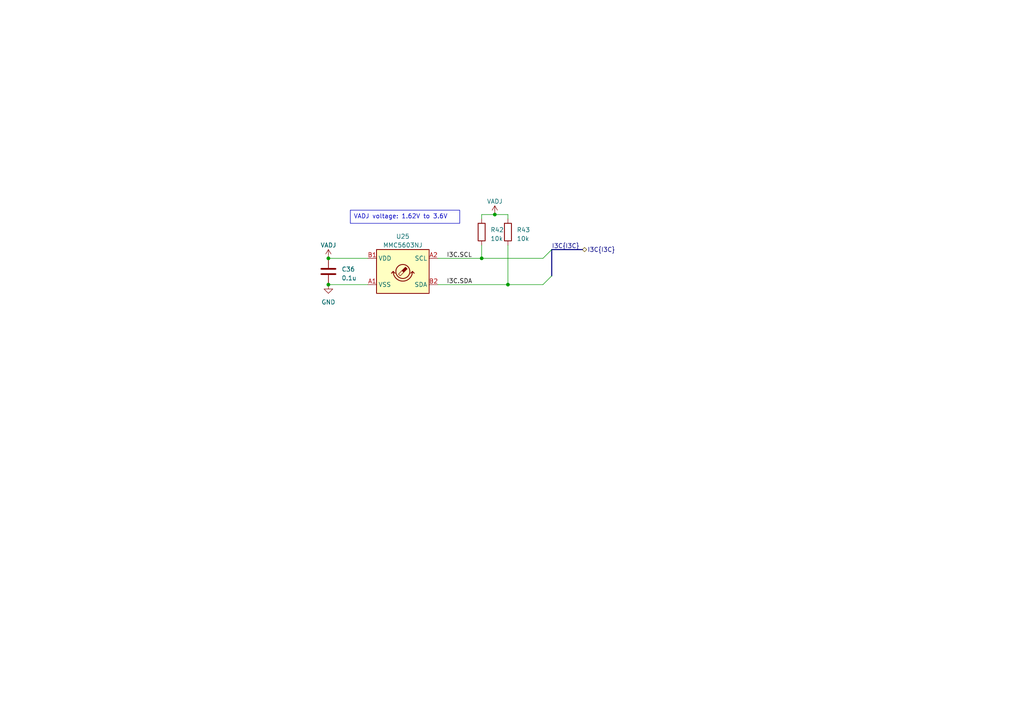
<source format=kicad_sch>
(kicad_sch (version 20231120) (generator "eeschema") (generator_version "8.0")
  (paper "A4")
  (title_block (title "I3C/I2C") (date "2024-02-28") (rev "1.0.8") (company "CHIPS Alliance") (comment 1 "Rui Huang (2023-03-02)") (comment 2 "Rui Huang (2023-03-02)") (comment 4 "Rui Huang (2023-03-02)"))
  (lib_symbols
    (symbol "CHIPSAlliance_Power:GND" (power) (pin_names (offset 0))
      (property "Value" "GND" (at 0 -3.81 0))
      (symbol "GND_0_1"
        (polyline (pts (xy 0 0) (xy 0 -1.27) (xy 1.27 -1.27) (xy 0 -2.54) (xy -1.27 -1.27) (xy 0 -1.27)))
      )
      (symbol "GND_1_1"
        (pin power_in line (at 0 0 270) (length 0) hide (name "GND") (number "1"))
      )
    )
    (symbol "CHIPSAlliance_Power:VADJ" (power) (pin_names (offset 0))
      (property "Value" "VADJ" (at 0 3.81 0))
      (symbol "VADJ_0_1"
        (polyline (pts (xy -0.762 1.27) (xy 0 2.54)))
        (polyline (pts (xy 0 0) (xy 0 2.54)))
        (polyline (pts (xy 0 2.54) (xy 0.762 1.27)))
      )
      (symbol "VADJ_1_1"
        (pin power_in line (at 0 0 90) (length 0) hide (name "VADJ") (number "1"))
      )
    )
    (symbol "CHIPSAlliance_Sensor:MMC5603NJ"
      (property "Reference" "U" (at 7.62 3.81 0))
      (property "Value" "MMC5603NJ" (at 7.62 1.27 0))
      (symbol "MMC5603NJ_0_1"
        (polyline (pts (xy 4.826 -6.35) (xy 4.318 -6.858)) (stroke (width 0.254)))
        (polyline (pts (xy 4.826 -6.35) (xy 5.334 -6.858)) (stroke (width 0.254)))
        (polyline (pts (xy 10.414 -6.35) (xy 9.906 -6.858)) (stroke (width 0.254)))
        (polyline (pts (xy 10.414 -6.35) (xy 10.922 -6.858)) (stroke (width 0.254)))
        (rectangle (start 0 0) (end 15.24 -12.7) (stroke (width 0.254)) (fill (type background)))
        (arc (start 4.826 -6.35) (mid 7.62 -9.1319) (end 10.414 -6.35) (stroke (width 0.254)))
      )
      (symbol "MMC5603NJ_1_1"
        (polyline (pts (xy 7.874 -6.096) (xy 8.89 -7.112) (xy 8.382 -7.62) (xy 7.366 -6.604)))
        (polyline (pts (xy 6.858 -5.08) (xy 7.874 -6.096) (xy 7.366 -6.604) (xy 6.35 -5.588) (xy 6.604 -5.334) (xy 6.858 -5.08) (xy 6.985 -5.207)) (fill (type outline)))
        (circle (center 7.62 -6.35) (radius 2.032) (stroke (width 0.254)))
        (pin power_in line (at 17.78 -10.16 180) (length 2.54) (name "VSS") (number "A1"))
        (pin input line (at -2.54 -2.54 0) (length 2.54) (name "SCL") (number "A2"))
        (pin power_in line (at 17.78 -2.54 180) (length 2.54) (name "VDD") (number "B1"))
        (pin bidirectional line (at -2.54 -10.16 0) (length 2.54) (name "SDA") (number "B2"))
      )
    )
    (symbol "Device:C" (pin_numbers hide) (pin_names (offset 0.254))
      (property "Reference" "C" (at 0.635 2.54 0))
      (property "Value" "C" (at 0.635 -2.54 0))
      (symbol "C_0_1"
        (polyline (pts (xy -2.032 -0.762) (xy 2.032 -0.762)) (stroke (width 0.508)))
        (polyline (pts (xy -2.032 0.762) (xy 2.032 0.762)) (stroke (width 0.508)))
      )
      (symbol "C_1_1"
        (pin passive line (at 0 3.81 270) (length 2.794) (name "~") (number "1"))
        (pin passive line (at 0 -3.81 90) (length 2.794) (name "~") (number "2"))
      )
    )
    (symbol "Device:R" (pin_numbers hide) (pin_names (offset 0))
      (property "Reference" "R" (at 2.032 0 90))
      (property "Value" "R" (at 0 0 90))
      (symbol "R_0_1"
        (rectangle (start -1.016 -2.54) (end 1.016 2.54) (stroke (width 0.254)))
      )
      (symbol "R_1_1"
        (pin passive line (at 0 3.81 270) (length 1.27) (name "~") (number "1"))
        (pin passive line (at 0 -3.81 90) (length 1.27) (name "~") (number "2"))
      )
    )
  )
  (bus_alias "I3C" (members "SCL" "SDA"))
  (junction (at 143.51 62.23))
  (junction (at 147.32 82.55))
  (junction (at 95.25 74.93))
  (junction (at 95.25 82.55))
  (junction (at 139.7 74.93))
  (bus_entry (at 157.48 82.55) (size 2.54 -2.54))
  (bus_entry (at 157.48 74.93) (size 2.54 -2.54))
  (bus (pts (xy 160.02 72.39) (xy 160.02 80.01)))
  (wire (pts (xy 95.25 74.93) (xy 106.68 74.93)))
  (wire (pts (xy 143.51 62.23) (xy 147.32 62.23)))
  (wire (pts (xy 147.32 63.5) (xy 147.32 62.23)))
  (wire (pts (xy 139.7 62.23) (xy 143.51 62.23)))
  (wire (pts (xy 139.7 63.5) (xy 139.7 62.23)))
  (wire (pts (xy 95.25 82.55) (xy 106.68 82.55)))
  (wire (pts (xy 139.7 71.12) (xy 139.7 74.93)))
  (wire (pts (xy 139.7 74.93) (xy 157.48 74.93)))
  (wire (pts (xy 127 82.55) (xy 147.32 82.55)))
  (wire (pts (xy 139.7 74.93) (xy 127 74.93)))
  (bus (pts (xy 168.91 72.39) (xy 160.02 72.39)))
  (wire (pts (xy 147.32 71.12) (xy 147.32 82.55)))
  (wire (pts (xy 147.32 82.55) (xy 157.48 82.55)))
  (text_box "VADJ voltage: 1.62V to 3.6V" (at 101.6 60.96 0) (size 31.75 3.81) (effects (font (size 1.27 1.27)) (justify left top)))
  (label "I3C{I3C}" (at 160.02 72.39 0))
  (label "I3C.SDA" (at 129.54 82.55 0))
  (label "I3C.SCL" (at 129.54 74.93 0))
  (hierarchical_label "I3C{I3C}" (shape bidirectional) (at 168.91 72.39 0))
  (symbol (lib_id "Device:R") (at 147.32 67.31 0) (unit 1)
    (property "Reference" "R43" (at 149.86 66.675 0) (effects (justify left)))
    (property "Value" "10k" (at 149.86 69.215 0) (effects (justify left)))
    (property "Footprint" "Resistor_SMD:R_0402_1005Metric" (effects (hide yes)))
    (instances (project "fmc_usb_gpio_spi_jtag" (path "" (reference "R43") (unit 1))) (project "compass_board" (path "" (reference "R2") (unit 1))))
  )
  (symbol (lib_id "CHIPSAlliance_Power:VADJ") (at 95.25 74.93 0) (unit 1)
    (property "Reference" "#PWR096" (effects (hide yes)))
    (property "Value" "VADJ" (at 95.25 71.12 0))
  )
  (symbol (lib_id "CHIPSAlliance_Power:VADJ") (at 143.51 62.23 0) (unit 1)
    (property "Reference" "#PWR098" (effects (hide yes)))
    (property "Value" "VADJ" (at 143.51 58.42 0))
  )
  (symbol (lib_id "Device:C") (at 95.25 78.74 0) (unit 1)
    (property "Reference" "C36" (at 99.06 78.105 0) (effects (justify left)))
    (property "Value" "0.1u" (at 99.06 80.645 0) (effects (justify left)))
    (property "Footprint" "Capacitor_SMD:C_0402_1005Metric" (effects (hide yes)))
    (instances (project "fmc_usb_gpio_spi_jtag" (path "" (reference "C36") (unit 1))) (project "compass_board" (path "" (reference "C1") (unit 1))))
  )
  (symbol (lib_id "CHIPSAlliance_Power:GND") (at 95.25 82.55 0) (unit 1)
    (property "Reference" "#PWR0265" (effects (hide yes)))
    (property "Value" "GND" (at 95.25 87.63 0))
    (instances (project "fmc_usb_gpio_spi_jtag" (path "" (reference "#PWR0265") (unit 1))) (project "compass_board" (path "" (reference "#PWR012") (unit 1))))
  )
  (symbol (lib_id "CHIPSAlliance_Sensor:MMC5603NJ") (at 124.46 72.39 0) (mirror y) (unit 1)
    (property "Reference" "U25" (at 116.84 68.58 0))
    (property "Value" "MMC5603NJ" (at 116.84 71.12 0))
    (property "Footprint" "CHIPSAlliance_Sensor:WLP4_N40P2X2_80X80X52N" (effects (hide yes)))
    (property "Datasheet" "https://www.memsic.com/Public/Uploads/uploadfile/files/20220119/MMC5603NJDatasheetRev.B.pdf" (effects (hide yes)))
    (instances (project "fmc_usb_gpio_spi_jtag" (path "" (reference "U25") (unit 1))) (project "compass_board" (path "" (reference "U1") (unit 1))))
  )
  (symbol (lib_id "Device:R") (at 139.7 67.31 0) (unit 1)
    (property "Reference" "R42" (at 142.24 66.675 0) (effects (justify left)))
    (property "Value" "10k" (at 142.24 69.215 0) (effects (justify left)))
    (property "Footprint" "Resistor_SMD:R_0402_1005Metric" (effects (hide yes)))
    (instances (project "fmc_usb_gpio_spi_jtag" (path "" (reference "R42") (unit 1))) (project "compass_board" (path "" (reference "R1") (unit 1))))
  )
)
</source>
